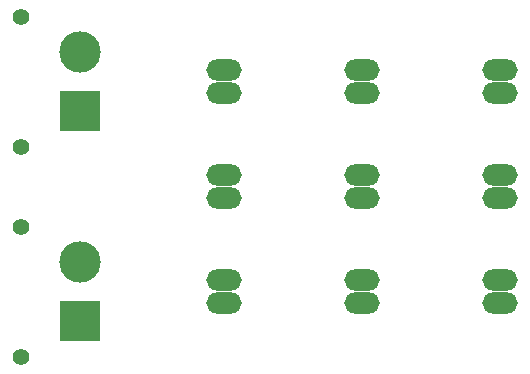
<source format=gbr>
%TF.GenerationSoftware,KiCad,Pcbnew,(5.1.9)-1*%
%TF.CreationDate,2021-11-23T19:16:45+00:00*%
%TF.ProjectId,BT2.0-parallel-board,4254322e-302d-4706-9172-616c6c656c2d,rev?*%
%TF.SameCoordinates,Original*%
%TF.FileFunction,Soldermask,Bot*%
%TF.FilePolarity,Negative*%
%FSLAX46Y46*%
G04 Gerber Fmt 4.6, Leading zero omitted, Abs format (unit mm)*
G04 Created by KiCad (PCBNEW (5.1.9)-1) date 2021-11-23 19:16:45*
%MOMM*%
%LPD*%
G01*
G04 APERTURE LIST*
%ADD10C,3.500000*%
%ADD11R,3.500000X3.500000*%
%ADD12C,1.400000*%
%ADD13O,3.000000X1.800000*%
G04 APERTURE END LIST*
D10*
%TO.C,J11*%
X91440000Y-104220000D03*
D11*
X91440000Y-109220000D03*
D12*
X86440000Y-101220000D03*
X86440000Y-112220000D03*
%TD*%
D13*
%TO.C,J9*%
X127000000Y-125460000D03*
X127000000Y-123460000D03*
%TD*%
%TO.C,J8*%
X115316000Y-125460000D03*
X115316000Y-123460000D03*
%TD*%
%TO.C,J7*%
X103632000Y-125460000D03*
X103632000Y-123460000D03*
%TD*%
%TO.C,J6*%
X127000000Y-116570000D03*
X127000000Y-114570000D03*
%TD*%
%TO.C,J5*%
X115316000Y-116570000D03*
X115316000Y-114570000D03*
%TD*%
%TO.C,J4*%
X103632000Y-116570000D03*
X103632000Y-114570000D03*
%TD*%
%TO.C,J3*%
X127000000Y-107680000D03*
X127000000Y-105680000D03*
%TD*%
%TO.C,J2*%
X115316000Y-107680000D03*
X115316000Y-105680000D03*
%TD*%
%TO.C,J1*%
X103632000Y-107680000D03*
X103632000Y-105680000D03*
%TD*%
D10*
%TO.C,J10*%
X91440000Y-122000000D03*
D11*
X91440000Y-127000000D03*
D12*
X86440000Y-119000000D03*
X86440000Y-130000000D03*
%TD*%
M02*

</source>
